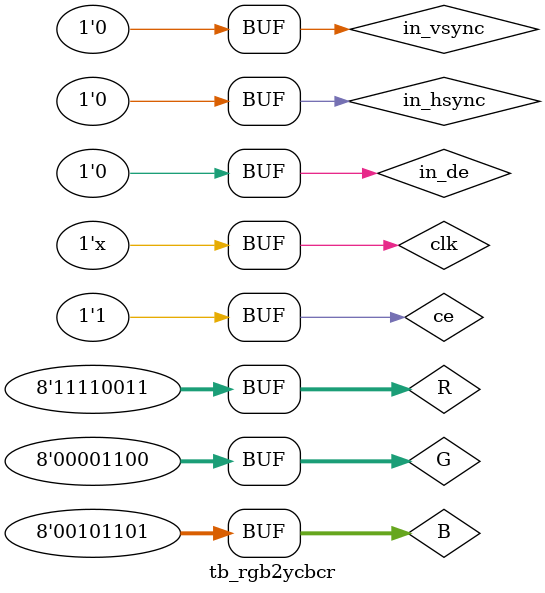
<source format=v>
`timescale 1ns / 1ps


module tb_rgb2ycbcr;

	// Inputs
	reg clk = 0;
	reg ce = 1'b1;
	reg [7:0] R;
	reg [7:0] G;
	reg [7:0] B;
	reg in_hsync = 0;
	reg in_vsync = 0;
	reg in_de = 0;

	// Outputs
	wire [7:0] Y;
	wire [7:0] Cb;
	wire [7:0] Cr;
	wire out_hsync;
	wire out_vsync;
	wire out_de;

	// Instantiate the Unit Under Test (UUT)
	rgb2ycbcr uut (
		.clk(clk), 
		.ce(ce), 
		.R(R), 
		.G(G), 
		.B(B), 
		.in_hsync(in_hsync), 
		.in_vsync(in_vsync), 
		.in_de(in_de), 
		.Y(Y), 
		.Cb(Cb), 
		.Cr(Cr), 
		.out_hsync(out_hsync), 
		.out_vsync(out_vsync), 
		.out_de(out_de)
	);

	initial begin
		// Initialize Inputs
		clk = 0;
		ce = 1;
		R = 8'b11110011;
		G = 8'b00001100;
		B = 8'b00101101;
		in_hsync = 0;
		in_vsync = 0;
		in_de = 0;

		// Wait 100 ns for global reset to finish
		#100;
        
		// Add stimulus here
		// oczekiwane wyjscie
		// Y = 01010100;
		// Cb= 01101001;
		// Cr= 11110000;
	end
always #1 clk = ~clk;

endmodule


</source>
